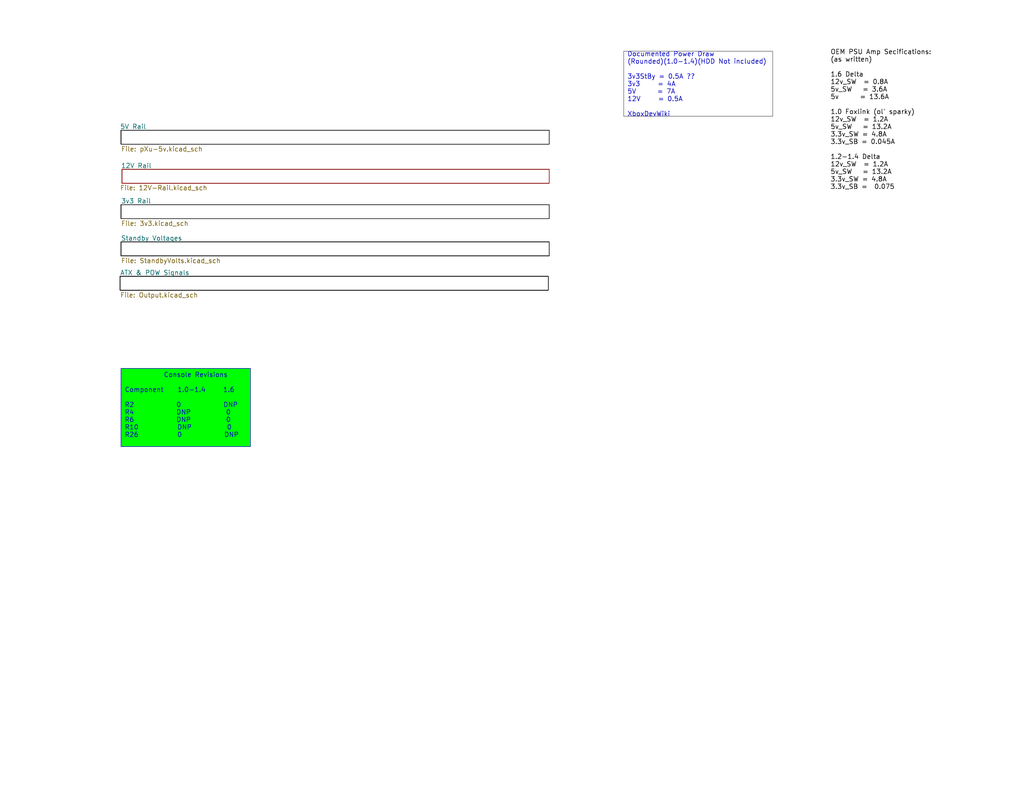
<source format=kicad_sch>
(kicad_sch
	(version 20250114)
	(generator "eeschema")
	(generator_version "9.0")
	(uuid "661381fb-2850-491e-aecc-19481c29ee6f")
	(paper "USLetter")
	(title_block
		(title "pXu")
		(date "2025-01-02")
		(rev "1")
		(company "Andr0")
	)
	(lib_symbols)
	(text "OEM PSU Amp Secifications:\n(as written)\n\n1.6 Delta\n12v_SW  = 0.8A\n5v_SW   = 3.6A\n5v      = 13.6A\n\n1.0 Foxlink (ol' sparky)\n12v_SW  = 1.2A\n5v_SW   = 13.2A\n3.3v_SW = 4.8A\n3.3v_SB = 0.045A\n\n1.2-1.4 Delta\n12v_SW  = 1.2A\n5v_SW   = 13.2A\n3.3v_SW = 4.8A\n3.3v_SB =  0.075"
		(exclude_from_sim no)
		(at 226.568 32.766 0)
		(effects
			(font
				(size 1.27 1.27)
				(color 0 0 0 1)
			)
			(justify left)
		)
		(uuid "b953b78d-ed53-4503-83b7-d9a65672df76")
	)
	(text_box "           Console Revisions\n\nComponent    1.0-1.4     1.6\n\nR2            0            DNP\nR4            DNP          0\nR6            DNP          0\nR10           DNP          0\nR26           0            DNP\n"
		(exclude_from_sim yes)
		(at 33.02 100.584 0)
		(size 35.306 21.336)
		(margins 0.9525 0.9525 0.9525 0.9525)
		(stroke
			(width 0)
			(type solid)
		)
		(fill
			(type color)
			(color 0 255 0 1)
		)
		(effects
			(font
				(size 1.27 1.27)
			)
			(justify left top)
		)
		(uuid "d5ae2d15-02fc-408a-b758-601fb21defd7")
	)
	(text_box "Documented Power Draw (Rounded)(1.0-1.4)(HDD Not included)\n\n3v3StBy = 0.5A ??\n3v3     = 4A\n5V      = 7A\n12V     = 0.5A\n\nXboxDevWiki"
		(exclude_from_sim yes)
		(at 170.18 13.97 0)
		(size 40.64 17.78)
		(margins 0.9652 0.9652 0.9652 0.9652)
		(stroke
			(width 0.0254)
			(type solid)
			(color 0 0 0 1)
		)
		(fill
			(type none)
		)
		(effects
			(font
				(size 1.27 1.27)
			)
			(justify left)
		)
		(uuid "f0d749f7-e420-4100-b5a0-f17fe5622672")
	)
	(sheet
		(at 33.02 35.56)
		(size 116.84 3.81)
		(exclude_from_sim no)
		(in_bom yes)
		(on_board yes)
		(dnp no)
		(stroke
			(width 0.1524)
			(type solid)
			(color 0 0 0 1)
		)
		(fill
			(color 0 0 0 0.0000)
		)
		(uuid "48aa6ddf-a82c-40d6-b9fa-a0ab03a30ad8")
		(property "Sheetname" "5V Rail"
			(at 32.766 35.306 0)
			(effects
				(font
					(size 1.27 1.27)
				)
				(justify left bottom)
			)
		)
		(property "Sheetfile" "pXu-5v.kicad_sch"
			(at 33.02 39.9546 0)
			(effects
				(font
					(size 1.27 1.27)
				)
				(justify left top)
			)
		)
		(instances
			(project "PXU"
				(path "/661381fb-2850-491e-aecc-19481c29ee6f"
					(page "2")
				)
			)
		)
	)
	(sheet
		(at 32.766 75.438)
		(size 116.84 3.81)
		(exclude_from_sim no)
		(in_bom yes)
		(on_board yes)
		(dnp no)
		(stroke
			(width 0.1524)
			(type solid)
			(color 0 0 0 1)
		)
		(fill
			(color 0 0 0 0.0000)
		)
		(uuid "c037a5cb-7703-49a8-a332-92a368c20452")
		(property "Sheetname" "ATX & POW Signals"
			(at 32.766 75.184 0)
			(effects
				(font
					(size 1.27 1.27)
				)
				(justify left bottom)
			)
		)
		(property "Sheetfile" "Output.kicad_sch"
			(at 32.766 79.8326 0)
			(effects
				(font
					(size 1.27 1.27)
				)
				(justify left top)
			)
		)
		(instances
			(project "PXU"
				(path "/661381fb-2850-491e-aecc-19481c29ee6f"
					(page "6")
				)
			)
		)
	)
	(sheet
		(at 33.02 55.88)
		(size 116.84 3.81)
		(exclude_from_sim no)
		(in_bom yes)
		(on_board yes)
		(dnp no)
		(stroke
			(width 0.1524)
			(type solid)
			(color 0 0 0 1)
		)
		(fill
			(color 0 0 0 0.0000)
		)
		(uuid "c2a0f4f9-1c65-4474-9841-ae2f8d44e6c3")
		(property "Sheetname" "3v3 Rail"
			(at 33.02 55.626 0)
			(effects
				(font
					(size 1.27 1.27)
				)
				(justify left bottom)
			)
		)
		(property "Sheetfile" "3v3.kicad_sch"
			(at 33.02 60.2746 0)
			(effects
				(font
					(size 1.27 1.27)
				)
				(justify left top)
			)
		)
		(instances
			(project "PXU"
				(path "/661381fb-2850-491e-aecc-19481c29ee6f"
					(page "3")
				)
			)
		)
	)
	(sheet
		(at 33.274 46.228)
		(size 116.586 3.81)
		(exclude_from_sim no)
		(in_bom yes)
		(on_board yes)
		(dnp no)
		(stroke
			(width 0.1524)
			(type solid)
		)
		(fill
			(color 0 0 0 0.0000)
		)
		(uuid "dc7d1408-31b0-499b-8926-95cf94cb8bc0")
		(property "Sheetname" "12V Rail"
			(at 33.02 45.974 0)
			(effects
				(font
					(size 1.27 1.27)
				)
				(justify left bottom)
			)
		)
		(property "Sheetfile" "12V-Rail.kicad_sch"
			(at 32.766 50.546 0)
			(effects
				(font
					(size 1.27 1.27)
				)
				(justify left top)
			)
		)
		(instances
			(project "PXU"
				(path "/661381fb-2850-491e-aecc-19481c29ee6f"
					(page "4")
				)
			)
		)
	)
	(sheet
		(at 33.02 66.04)
		(size 116.84 3.81)
		(exclude_from_sim no)
		(in_bom yes)
		(on_board yes)
		(dnp no)
		(stroke
			(width 0.1524)
			(type solid)
			(color 0 0 0 1)
		)
		(fill
			(color 0 0 0 0.0000)
		)
		(uuid "fce177fc-ec5f-4f21-a886-9bea04db7a9a")
		(property "Sheetname" "Standby Voltages"
			(at 33.02 65.786 0)
			(effects
				(font
					(size 1.27 1.27)
				)
				(justify left bottom)
			)
		)
		(property "Sheetfile" "StandbyVolts.kicad_sch"
			(at 33.02 70.4346 0)
			(effects
				(font
					(size 1.27 1.27)
				)
				(justify left top)
			)
		)
		(instances
			(project "PXU"
				(path "/661381fb-2850-491e-aecc-19481c29ee6f"
					(page "5")
				)
			)
		)
	)
	(sheet_instances
		(path "/"
			(page "1")
		)
	)
	(embedded_fonts no)
)

</source>
